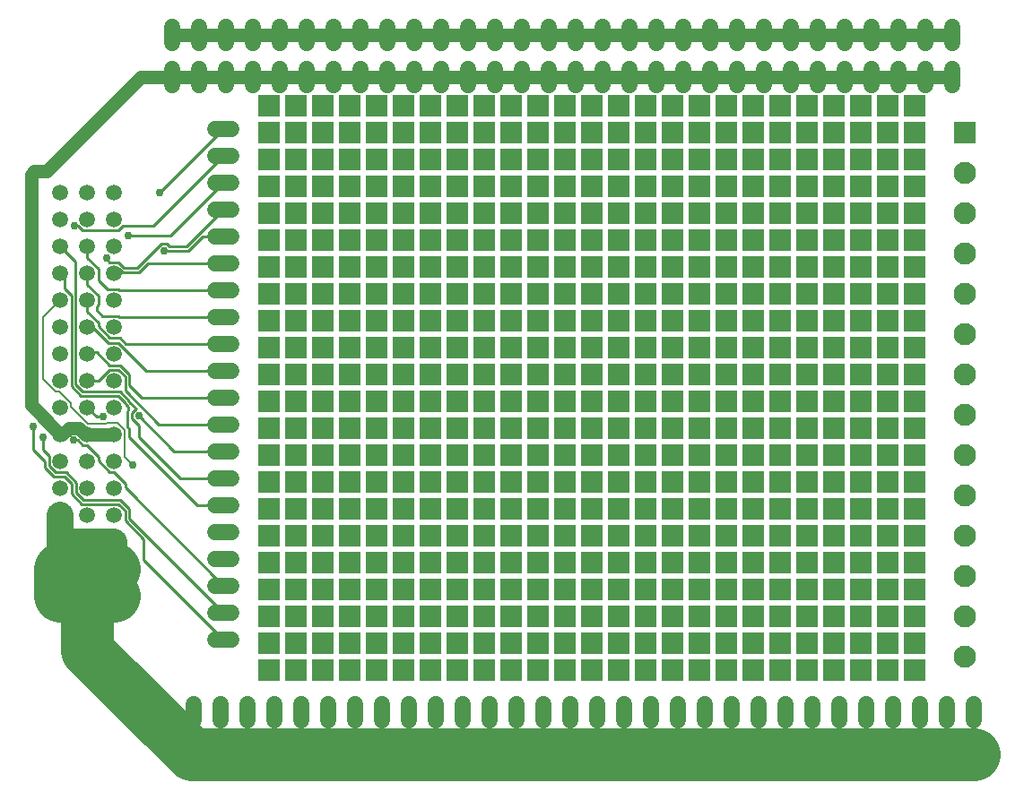
<source format=gbr>
G04 EAGLE Gerber RS-274X export*
G75*
%MOMM*%
%FSLAX34Y34*%
%LPD*%
%INTop Copper*%
%IPPOS*%
%AMOC8*
5,1,8,0,0,1.08239X$1,22.5*%
G01*
%ADD10R,2.000000X2.000000*%
%ADD11R,1.508000X1.508000*%
%ADD12C,1.508000*%
%ADD13C,1.524000*%
%ADD14R,2.100000X2.100000*%
%ADD15C,2.100000*%
%ADD16C,5.000000*%
%ADD17C,2.540000*%
%ADD18C,1.270000*%
%ADD19C,0.254000*%
%ADD20C,0.756400*%
%ADD21C,0.200000*%


D10*
X252700Y139800D03*
X278100Y139800D03*
X303500Y139800D03*
X328900Y139800D03*
X354300Y139800D03*
X379700Y139800D03*
X405100Y139800D03*
X430500Y139800D03*
X455900Y139800D03*
X481300Y139800D03*
X506700Y139800D03*
X532100Y139800D03*
X557500Y139800D03*
X582900Y139800D03*
X608300Y139800D03*
X633700Y139800D03*
X659100Y139800D03*
X684500Y139800D03*
X709900Y139800D03*
X735300Y139800D03*
X760700Y139800D03*
X786100Y139800D03*
X786100Y139800D03*
X811500Y139800D03*
X836900Y139800D03*
X862300Y139800D03*
X252700Y165200D03*
X252700Y165200D03*
X278100Y165200D03*
X303500Y165200D03*
X328900Y165200D03*
X354300Y165200D03*
X379700Y165200D03*
X405100Y165200D03*
X430500Y165200D03*
X455900Y165200D03*
X481300Y165200D03*
X506700Y165200D03*
X532100Y165200D03*
X557500Y165200D03*
X582900Y165200D03*
X608300Y165200D03*
X633700Y165200D03*
X659100Y165200D03*
X684500Y165200D03*
X709900Y165200D03*
X735300Y165200D03*
X760700Y165200D03*
X786100Y165200D03*
X786100Y165200D03*
X811500Y165200D03*
X836900Y165200D03*
X862300Y165200D03*
X252700Y190600D03*
X252700Y190600D03*
X278100Y190600D03*
X303500Y190600D03*
X328900Y190600D03*
X354300Y190600D03*
X379700Y190600D03*
X405100Y190600D03*
X430500Y190600D03*
X455900Y190600D03*
X481300Y190600D03*
X506700Y190600D03*
X532100Y190600D03*
X557500Y190600D03*
X582900Y190600D03*
X608300Y190600D03*
X633700Y190600D03*
X659100Y190600D03*
X684500Y190600D03*
X709900Y190600D03*
X735300Y190600D03*
X760700Y190600D03*
X786100Y190600D03*
X786100Y190600D03*
X811500Y190600D03*
X836900Y190600D03*
X862300Y190600D03*
X252700Y216000D03*
X252700Y216000D03*
X278100Y216000D03*
X303500Y216000D03*
X328900Y216000D03*
X354300Y216000D03*
X379700Y216000D03*
X405100Y216000D03*
X430500Y216000D03*
X455900Y216000D03*
X481300Y216000D03*
X506700Y216000D03*
X532100Y216000D03*
X557500Y216000D03*
X582900Y216000D03*
X608300Y216000D03*
X633700Y216000D03*
X659100Y216000D03*
X684500Y216000D03*
X709900Y216000D03*
X735300Y216000D03*
X760700Y216000D03*
X786100Y216000D03*
X786100Y216000D03*
X811500Y216000D03*
X836900Y216000D03*
X862300Y216000D03*
X252700Y241400D03*
X252700Y241400D03*
X278100Y241400D03*
X303500Y241400D03*
X328900Y241400D03*
X354300Y241400D03*
X379700Y241400D03*
X405100Y241400D03*
X430500Y241400D03*
X455900Y241400D03*
X481300Y241400D03*
X506700Y241400D03*
X532100Y241400D03*
X557500Y241400D03*
X582900Y241400D03*
X608300Y241400D03*
X633700Y241400D03*
X659100Y241400D03*
X684500Y241400D03*
X709900Y241400D03*
X735300Y241400D03*
X760700Y241400D03*
X786100Y241400D03*
X786100Y241400D03*
X811500Y241400D03*
X836900Y241400D03*
X862300Y241400D03*
X252700Y266800D03*
X252700Y266800D03*
X278100Y266800D03*
X303500Y266800D03*
X328900Y266800D03*
X354300Y266800D03*
X379700Y266800D03*
X405100Y266800D03*
X430500Y266800D03*
X455900Y266800D03*
X481300Y266800D03*
X506700Y266800D03*
X532100Y266800D03*
X557500Y266800D03*
X582900Y266800D03*
X608300Y266800D03*
X633700Y266800D03*
X659100Y266800D03*
X684500Y266800D03*
X709900Y266800D03*
X735300Y266800D03*
X760700Y266800D03*
X786100Y266800D03*
X786100Y266800D03*
X811500Y266800D03*
X836900Y266800D03*
X862300Y266800D03*
X252700Y292200D03*
X252700Y292200D03*
X278100Y292200D03*
X303500Y292200D03*
X328900Y292200D03*
X354300Y292200D03*
X379700Y292200D03*
X405100Y292200D03*
X430500Y292200D03*
X455900Y292200D03*
X481300Y292200D03*
X506700Y292200D03*
X532100Y292200D03*
X557500Y292200D03*
X582900Y292200D03*
X608300Y292200D03*
X633700Y292200D03*
X659100Y292200D03*
X684500Y292200D03*
X709900Y292200D03*
X735300Y292200D03*
X760700Y292200D03*
X786100Y292200D03*
X786100Y292200D03*
X811500Y292200D03*
X836900Y292200D03*
X862300Y292200D03*
X252700Y317600D03*
X252700Y317600D03*
X278100Y317600D03*
X303500Y317600D03*
X328900Y317600D03*
X354300Y317600D03*
X379700Y317600D03*
X405100Y317600D03*
X430500Y317600D03*
X455900Y317600D03*
X481300Y317600D03*
X506700Y317600D03*
X532100Y317600D03*
X557500Y317600D03*
X582900Y317600D03*
X608300Y317600D03*
X633700Y317600D03*
X659100Y317600D03*
X684500Y317600D03*
X709900Y317600D03*
X735300Y317600D03*
X760700Y317600D03*
X786100Y317600D03*
X786100Y317600D03*
X811500Y317600D03*
X836900Y317600D03*
X862300Y317600D03*
X252700Y343000D03*
X252700Y343000D03*
X278100Y343000D03*
X303500Y343000D03*
X328900Y343000D03*
X354300Y343000D03*
X379700Y343000D03*
X405100Y343000D03*
X430500Y343000D03*
X455900Y343000D03*
X481300Y343000D03*
X506700Y343000D03*
X532100Y343000D03*
X557500Y343000D03*
X582900Y343000D03*
X608300Y343000D03*
X633700Y343000D03*
X659100Y343000D03*
X684500Y343000D03*
X709900Y343000D03*
X735300Y343000D03*
X760700Y343000D03*
X786100Y343000D03*
X786100Y343000D03*
X811500Y343000D03*
X836900Y343000D03*
X862300Y343000D03*
X252700Y368400D03*
X252700Y368400D03*
X278100Y368400D03*
X303500Y368400D03*
X328900Y368400D03*
X354300Y368400D03*
X379700Y368400D03*
X405100Y368400D03*
X430500Y368400D03*
X455900Y368400D03*
X481300Y368400D03*
X506700Y368400D03*
X532100Y368400D03*
X557500Y368400D03*
X582900Y368400D03*
X608300Y368400D03*
X633700Y368400D03*
X659100Y368400D03*
X684500Y368400D03*
X709900Y368400D03*
X735300Y368400D03*
X760700Y368400D03*
X786100Y368400D03*
X786100Y368400D03*
X811500Y368400D03*
X836900Y368400D03*
X862300Y368400D03*
X252700Y393800D03*
X252700Y393800D03*
X278100Y393800D03*
X303500Y393800D03*
X328900Y393800D03*
X354300Y393800D03*
X379700Y393800D03*
X405100Y393800D03*
X430500Y393800D03*
X455900Y393800D03*
X481300Y393800D03*
X506700Y393800D03*
X532100Y393800D03*
X557500Y393800D03*
X582900Y393800D03*
X608300Y393800D03*
X633700Y393800D03*
X659100Y393800D03*
X684500Y393800D03*
X709900Y393800D03*
X735300Y393800D03*
X760700Y393800D03*
X786100Y393800D03*
X786100Y393800D03*
X811500Y393800D03*
X836900Y393800D03*
X862300Y393800D03*
X252700Y419200D03*
X252700Y419200D03*
X278100Y419200D03*
X303500Y419200D03*
X328900Y419200D03*
X354300Y419200D03*
X379700Y419200D03*
X405100Y419200D03*
X430500Y419200D03*
X455900Y419200D03*
X481300Y419200D03*
X506700Y419200D03*
X532100Y419200D03*
X557500Y419200D03*
X582900Y419200D03*
X608300Y419200D03*
X633700Y419200D03*
X659100Y419200D03*
X684500Y419200D03*
X709900Y419200D03*
X735300Y419200D03*
X760700Y419200D03*
X786100Y419200D03*
X786100Y419200D03*
X811500Y419200D03*
X836900Y419200D03*
X862300Y419200D03*
X252700Y444600D03*
X252700Y444600D03*
X278100Y444600D03*
X303500Y444600D03*
X328900Y444600D03*
X354300Y444600D03*
X379700Y444600D03*
X405100Y444600D03*
X430500Y444600D03*
X455900Y444600D03*
X481300Y444600D03*
X506700Y444600D03*
X532100Y444600D03*
X557500Y444600D03*
X582900Y444600D03*
X608300Y444600D03*
X633700Y444600D03*
X659100Y444600D03*
X684500Y444600D03*
X709900Y444600D03*
X735300Y444600D03*
X760700Y444600D03*
X786100Y444600D03*
X786100Y444600D03*
X811500Y444600D03*
X836900Y444600D03*
X862300Y444600D03*
X252700Y470000D03*
X252700Y470000D03*
X278100Y470000D03*
X303500Y470000D03*
X328900Y470000D03*
X354300Y470000D03*
X379700Y470000D03*
X405100Y470000D03*
X430500Y470000D03*
X455900Y470000D03*
X481300Y470000D03*
X506700Y470000D03*
X532100Y470000D03*
X557500Y470000D03*
X582900Y470000D03*
X608300Y470000D03*
X633700Y470000D03*
X659100Y470000D03*
X684500Y470000D03*
X709900Y470000D03*
X735300Y470000D03*
X760700Y470000D03*
X786100Y470000D03*
X786100Y470000D03*
X811500Y470000D03*
X836900Y470000D03*
X862300Y470000D03*
X252700Y495400D03*
X252700Y495400D03*
X278100Y495400D03*
X303500Y495400D03*
X328900Y495400D03*
X354300Y495400D03*
X379700Y495400D03*
X405100Y495400D03*
X430500Y495400D03*
X455900Y495400D03*
X481300Y495400D03*
X506700Y495400D03*
X532100Y495400D03*
X557500Y495400D03*
X582900Y495400D03*
X608300Y495400D03*
X633700Y495400D03*
X659100Y495400D03*
X684500Y495400D03*
X709900Y495400D03*
X735300Y495400D03*
X760700Y495400D03*
X786100Y495400D03*
X786100Y495400D03*
X811500Y495400D03*
X836900Y495400D03*
X862300Y495400D03*
X252700Y520800D03*
X252700Y520800D03*
X278100Y520800D03*
X303500Y520800D03*
X328900Y520800D03*
X354300Y520800D03*
X379700Y520800D03*
X405100Y520800D03*
X430500Y520800D03*
X455900Y520800D03*
X481300Y520800D03*
X506700Y520800D03*
X532100Y520800D03*
X557500Y520800D03*
X582900Y520800D03*
X608300Y520800D03*
X633700Y520800D03*
X659100Y520800D03*
X684500Y520800D03*
X709900Y520800D03*
X735300Y520800D03*
X760700Y520800D03*
X786100Y520800D03*
X786100Y520800D03*
X811500Y520800D03*
X836900Y520800D03*
X862300Y520800D03*
X252700Y546200D03*
X252700Y546200D03*
X278100Y546200D03*
X303500Y546200D03*
X328900Y546200D03*
X354300Y546200D03*
X379700Y546200D03*
X405100Y546200D03*
X430500Y546200D03*
X455900Y546200D03*
X481300Y546200D03*
X506700Y546200D03*
X532100Y546200D03*
X557500Y546200D03*
X582900Y546200D03*
X608300Y546200D03*
X633700Y546200D03*
X659100Y546200D03*
X684500Y546200D03*
X709900Y546200D03*
X735300Y546200D03*
X760700Y546200D03*
X786100Y546200D03*
X786100Y546200D03*
X811500Y546200D03*
X836900Y546200D03*
X862300Y546200D03*
X252700Y571600D03*
X252700Y571600D03*
X278100Y571600D03*
X303500Y571600D03*
X328900Y571600D03*
X354300Y571600D03*
X379700Y571600D03*
X405100Y571600D03*
X430500Y571600D03*
X455900Y571600D03*
X481300Y571600D03*
X506700Y571600D03*
X532100Y571600D03*
X557500Y571600D03*
X582900Y571600D03*
X608300Y571600D03*
X633700Y571600D03*
X659100Y571600D03*
X684500Y571600D03*
X709900Y571600D03*
X735300Y571600D03*
X760700Y571600D03*
X786100Y571600D03*
X786100Y571600D03*
X811500Y571600D03*
X836900Y571600D03*
X862300Y571600D03*
X252700Y597000D03*
X252700Y597000D03*
X278100Y597000D03*
X303500Y597000D03*
X328900Y597000D03*
X354300Y597000D03*
X379700Y597000D03*
X405100Y597000D03*
X430500Y597000D03*
X455900Y597000D03*
X481300Y597000D03*
X506700Y597000D03*
X532100Y597000D03*
X557500Y597000D03*
X582900Y597000D03*
X608300Y597000D03*
X633700Y597000D03*
X659100Y597000D03*
X684500Y597000D03*
X709900Y597000D03*
X735300Y597000D03*
X760700Y597000D03*
X786100Y597000D03*
X786100Y597000D03*
X811500Y597000D03*
X836900Y597000D03*
X862300Y597000D03*
X252700Y622400D03*
X252700Y622400D03*
X278100Y622400D03*
X303500Y622400D03*
X328900Y622400D03*
X354300Y622400D03*
X379700Y622400D03*
X405100Y622400D03*
X430500Y622400D03*
X455900Y622400D03*
X481300Y622400D03*
X506700Y622400D03*
X532100Y622400D03*
X557500Y622400D03*
X582900Y622400D03*
X608300Y622400D03*
X633700Y622400D03*
X659100Y622400D03*
X684500Y622400D03*
X709900Y622400D03*
X735300Y622400D03*
X760700Y622400D03*
X786100Y622400D03*
X786100Y622400D03*
X811500Y622400D03*
X836900Y622400D03*
X862300Y622400D03*
X252700Y647800D03*
X252700Y647800D03*
X278100Y647800D03*
X303500Y647800D03*
X328900Y647800D03*
X354300Y647800D03*
X379700Y647800D03*
X405100Y647800D03*
X430500Y647800D03*
X455900Y647800D03*
X481300Y647800D03*
X506700Y647800D03*
X532100Y647800D03*
X557500Y647800D03*
X582900Y647800D03*
X608300Y647800D03*
X633700Y647800D03*
X659100Y647800D03*
X684500Y647800D03*
X709900Y647800D03*
X735300Y647800D03*
X760700Y647800D03*
X786100Y647800D03*
X786100Y647800D03*
X811500Y647800D03*
X836900Y647800D03*
X862300Y647800D03*
X252700Y673200D03*
X252700Y673200D03*
X278100Y673200D03*
X303500Y673200D03*
X328900Y673200D03*
X354300Y673200D03*
X379700Y673200D03*
X405100Y673200D03*
X430500Y673200D03*
X455900Y673200D03*
X481300Y673200D03*
X506700Y673200D03*
X532100Y673200D03*
X557500Y673200D03*
X582900Y673200D03*
X608300Y673200D03*
X633700Y673200D03*
X659100Y673200D03*
X684500Y673200D03*
X709900Y673200D03*
X735300Y673200D03*
X760700Y673200D03*
X786100Y673200D03*
X786100Y673200D03*
X811500Y673200D03*
X836900Y673200D03*
X862300Y673200D03*
D11*
X56000Y210000D03*
D12*
X56000Y235400D03*
X56000Y260800D03*
X56000Y286200D03*
X56000Y311600D03*
X56000Y337000D03*
X56000Y362400D03*
X56000Y387800D03*
X56000Y413200D03*
X56000Y438600D03*
X56000Y464000D03*
X56000Y489400D03*
X56000Y514800D03*
X56000Y540200D03*
X56000Y565600D03*
X56000Y591000D03*
X81400Y210000D03*
X81400Y235400D03*
X81400Y260800D03*
X81400Y286200D03*
X81400Y311600D03*
X81400Y337000D03*
X81400Y362400D03*
X81400Y387800D03*
X81400Y413200D03*
X81400Y438600D03*
X81400Y464000D03*
X81400Y489400D03*
X81400Y514800D03*
X81400Y540200D03*
X81400Y565600D03*
X81400Y591000D03*
X106800Y210000D03*
X106800Y235400D03*
X106800Y260800D03*
X106800Y286200D03*
X106800Y311600D03*
X106800Y337000D03*
X106800Y362400D03*
X106800Y387800D03*
X106800Y413200D03*
X106800Y438600D03*
X106800Y464000D03*
X106800Y489400D03*
X106800Y514800D03*
X106800Y540200D03*
X106800Y565600D03*
X106800Y591000D03*
D13*
X202380Y168700D02*
X217620Y168700D01*
X217620Y194100D02*
X202380Y194100D01*
X202380Y219500D02*
X217620Y219500D01*
X217620Y244900D02*
X202380Y244900D01*
X202380Y270300D02*
X217620Y270300D01*
X217620Y295700D02*
X202380Y295700D01*
X202380Y321100D02*
X217620Y321100D01*
X217620Y346500D02*
X202380Y346500D01*
X202380Y371900D02*
X217620Y371900D01*
X217620Y397300D02*
X202380Y397300D01*
X202380Y422700D02*
X217620Y422700D01*
X217620Y448100D02*
X202380Y448100D01*
X202380Y473500D02*
X217620Y473500D01*
X217620Y498900D02*
X202380Y498900D01*
X202380Y524300D02*
X217620Y524300D01*
X217620Y549700D02*
X202380Y549700D01*
X202380Y575100D02*
X217620Y575100D01*
X217620Y600500D02*
X202380Y600500D01*
X202380Y625900D02*
X217620Y625900D01*
X217620Y651300D02*
X202380Y651300D01*
X181700Y107620D02*
X181700Y92380D01*
X207100Y92380D02*
X207100Y107620D01*
X232500Y107620D02*
X232500Y92380D01*
X257900Y92380D02*
X257900Y107620D01*
X283300Y107620D02*
X283300Y92380D01*
X308700Y92380D02*
X308700Y107620D01*
X334100Y107620D02*
X334100Y92380D01*
X359500Y92380D02*
X359500Y107620D01*
X384900Y107620D02*
X384900Y92380D01*
X410300Y92380D02*
X410300Y107620D01*
X435700Y107620D02*
X435700Y92380D01*
X461100Y92380D02*
X461100Y107620D01*
X486500Y107620D02*
X486500Y92380D01*
X511900Y92380D02*
X511900Y107620D01*
X537300Y107620D02*
X537300Y92380D01*
X562700Y92380D02*
X562700Y107620D01*
X588100Y107620D02*
X588100Y92380D01*
X613500Y92380D02*
X613500Y107620D01*
X638900Y107620D02*
X638900Y92380D01*
X664300Y92380D02*
X664300Y107620D01*
X689700Y107620D02*
X689700Y92380D01*
X715100Y92380D02*
X715100Y107620D01*
X740500Y107620D02*
X740500Y92380D01*
X765900Y92380D02*
X765900Y107620D01*
X791300Y107620D02*
X791300Y92380D01*
X816700Y92380D02*
X816700Y107620D01*
X842100Y107620D02*
X842100Y92380D01*
X867500Y92380D02*
X867500Y107620D01*
X892900Y107620D02*
X892900Y92380D01*
X918300Y92380D02*
X918300Y107620D01*
X161700Y732380D02*
X161700Y747620D01*
X187100Y747620D02*
X187100Y732380D01*
X212500Y732380D02*
X212500Y747620D01*
X237900Y747620D02*
X237900Y732380D01*
X263300Y732380D02*
X263300Y747620D01*
X288700Y747620D02*
X288700Y732380D01*
X314100Y732380D02*
X314100Y747620D01*
X339500Y747620D02*
X339500Y732380D01*
X364900Y732380D02*
X364900Y747620D01*
X390300Y747620D02*
X390300Y732380D01*
X415700Y732380D02*
X415700Y747620D01*
X441100Y747620D02*
X441100Y732380D01*
X466500Y732380D02*
X466500Y747620D01*
X491900Y747620D02*
X491900Y732380D01*
X517300Y732380D02*
X517300Y747620D01*
X542700Y747620D02*
X542700Y732380D01*
X568100Y732380D02*
X568100Y747620D01*
X593500Y747620D02*
X593500Y732380D01*
X618900Y732380D02*
X618900Y747620D01*
X644300Y747620D02*
X644300Y732380D01*
X669700Y732380D02*
X669700Y747620D01*
X695100Y747620D02*
X695100Y732380D01*
X720500Y732380D02*
X720500Y747620D01*
X745900Y747620D02*
X745900Y732380D01*
X771300Y732380D02*
X771300Y747620D01*
X796700Y747620D02*
X796700Y732380D01*
X822100Y732380D02*
X822100Y747620D01*
X847500Y747620D02*
X847500Y732380D01*
X872900Y732380D02*
X872900Y747620D01*
X898300Y747620D02*
X898300Y732380D01*
X161700Y707620D02*
X161700Y692380D01*
X187100Y692380D02*
X187100Y707620D01*
X212500Y707620D02*
X212500Y692380D01*
X237900Y692380D02*
X237900Y707620D01*
X263300Y707620D02*
X263300Y692380D01*
X288700Y692380D02*
X288700Y707620D01*
X314100Y707620D02*
X314100Y692380D01*
X339500Y692380D02*
X339500Y707620D01*
X364900Y707620D02*
X364900Y692380D01*
X390300Y692380D02*
X390300Y707620D01*
X415700Y707620D02*
X415700Y692380D01*
X441100Y692380D02*
X441100Y707620D01*
X466500Y707620D02*
X466500Y692380D01*
X491900Y692380D02*
X491900Y707620D01*
X517300Y707620D02*
X517300Y692380D01*
X542700Y692380D02*
X542700Y707620D01*
X568100Y707620D02*
X568100Y692380D01*
X593500Y692380D02*
X593500Y707620D01*
X618900Y707620D02*
X618900Y692380D01*
X644300Y692380D02*
X644300Y707620D01*
X669700Y707620D02*
X669700Y692380D01*
X695100Y692380D02*
X695100Y707620D01*
X720500Y707620D02*
X720500Y692380D01*
X745900Y692380D02*
X745900Y707620D01*
X771300Y707620D02*
X771300Y692380D01*
X796700Y692380D02*
X796700Y707620D01*
X822100Y707620D02*
X822100Y692380D01*
X847500Y692380D02*
X847500Y707620D01*
X872900Y707620D02*
X872900Y692380D01*
X898300Y692380D02*
X898300Y707620D01*
X181700Y67620D02*
X181700Y52380D01*
X207100Y52380D02*
X207100Y67620D01*
X232500Y67620D02*
X232500Y52380D01*
X257900Y52380D02*
X257900Y67620D01*
X283300Y67620D02*
X283300Y52380D01*
X308700Y52380D02*
X308700Y67620D01*
X334100Y67620D02*
X334100Y52380D01*
X359500Y52380D02*
X359500Y67620D01*
X384900Y67620D02*
X384900Y52380D01*
X410300Y52380D02*
X410300Y67620D01*
X435700Y67620D02*
X435700Y52380D01*
X461100Y52380D02*
X461100Y67620D01*
X486500Y67620D02*
X486500Y52380D01*
X511900Y52380D02*
X511900Y67620D01*
X537300Y67620D02*
X537300Y52380D01*
X562700Y52380D02*
X562700Y67620D01*
X588100Y67620D02*
X588100Y52380D01*
X613500Y52380D02*
X613500Y67620D01*
X638900Y67620D02*
X638900Y52380D01*
X664300Y52380D02*
X664300Y67620D01*
X689700Y67620D02*
X689700Y52380D01*
X715100Y52380D02*
X715100Y67620D01*
X740500Y67620D02*
X740500Y52380D01*
X765900Y52380D02*
X765900Y67620D01*
X791300Y67620D02*
X791300Y52380D01*
X816700Y52380D02*
X816700Y67620D01*
X842100Y67620D02*
X842100Y52380D01*
X867500Y52380D02*
X867500Y67620D01*
X892900Y67620D02*
X892900Y52380D01*
X918300Y52380D02*
X918300Y67620D01*
D14*
X910000Y647650D03*
D15*
X910000Y609550D03*
X910000Y571450D03*
X910000Y533350D03*
X910000Y495250D03*
X910000Y457150D03*
X910000Y419050D03*
X910000Y380950D03*
X910000Y342850D03*
X910000Y304750D03*
X910000Y266650D03*
X910000Y228550D03*
X910000Y190450D03*
X910000Y152350D03*
D16*
X918300Y60000D02*
X180000Y60000D01*
X81400Y158600D01*
X81400Y210000D01*
X106800Y210000D01*
X81400Y210000D02*
X56000Y210000D01*
X56000Y235400D01*
X74600Y235400D01*
X80000Y230000D01*
X81400Y235400D02*
X106800Y235400D01*
X81400Y235400D02*
X70000Y224000D01*
X70000Y220000D01*
X80000Y210000D01*
X81400Y210000D01*
D17*
X106800Y235400D02*
X106800Y260800D01*
X81400Y260800D02*
X81400Y235400D01*
X56000Y235400D02*
X56000Y260800D01*
X56000Y286200D01*
X56000Y260800D02*
X106800Y260800D01*
D18*
X106800Y362400D02*
X81400Y362400D01*
X43238Y611290D02*
X31290Y611290D01*
X131948Y700000D02*
X161700Y700000D01*
X131948Y700000D02*
X43238Y611290D01*
X161700Y700000D02*
X187100Y700000D01*
X212500Y700000D01*
X237900Y700000D01*
X263300Y700000D01*
X288700Y700000D01*
X314100Y700000D01*
X898300Y700000D01*
X81400Y362400D02*
X79717Y362400D01*
X73528Y368589D01*
X63872Y368589D01*
X57683Y362400D01*
X56000Y362400D01*
X28344Y390056D02*
X28344Y608344D01*
X28344Y390056D02*
X56000Y362400D01*
X28344Y608344D02*
X31290Y611290D01*
X161700Y740000D02*
X898300Y740000D01*
D19*
X210000Y651300D02*
X149350Y590650D01*
D20*
X149350Y590650D03*
D19*
X143517Y559417D02*
X210000Y625900D01*
D20*
X69417Y559417D03*
D19*
X115231Y559417D02*
X143517Y559417D01*
X115231Y559417D02*
X111081Y555266D01*
X77120Y555266D02*
X72969Y559417D01*
X69417Y559417D01*
X77120Y555266D02*
X111081Y555266D01*
X159500Y550000D02*
X210000Y600500D01*
X159500Y550000D02*
X120000Y550000D01*
D20*
X120000Y550000D03*
D19*
X174900Y540000D02*
X210000Y575100D01*
X174900Y540000D02*
X159300Y540000D01*
X156724Y542576D01*
X151276Y542576D01*
X128700Y520000D02*
X116215Y520000D01*
X111081Y525134D01*
X102520Y525134D01*
X128700Y520000D02*
X151276Y542576D01*
X102520Y525134D02*
X99417Y528237D01*
X99417Y529417D01*
D20*
X99417Y529417D03*
X154000Y536000D03*
D19*
X190347Y549700D02*
X210000Y549700D01*
X190347Y549700D02*
X176583Y535936D01*
X157617Y535936D01*
X157553Y536000D01*
X154000Y536000D01*
D20*
X30000Y370000D03*
D19*
X134594Y244106D02*
X210000Y168700D01*
X30000Y348386D02*
X30000Y370000D01*
X134594Y263759D02*
X134594Y244106D01*
X117134Y290481D02*
X111081Y296534D01*
X117134Y281219D02*
X134594Y263759D01*
X117134Y281219D02*
X117134Y290481D01*
X76104Y296534D02*
X66334Y306304D01*
X66334Y315881D01*
X76104Y296534D02*
X111081Y296534D01*
X66334Y315881D02*
X59613Y322602D01*
X50036Y322602D01*
X41602Y331036D01*
X41602Y336784D01*
X30000Y348386D01*
X121198Y282902D02*
X210000Y194100D01*
X121198Y282902D02*
X121198Y292164D01*
X112764Y300598D01*
X71066Y307320D02*
X71066Y316896D01*
X71066Y307320D02*
X77788Y300598D01*
X40000Y347962D02*
X40000Y360000D01*
D20*
X40000Y360000D03*
D19*
X45666Y332720D02*
X51720Y326666D01*
X45666Y342296D02*
X40000Y347962D01*
X45666Y342296D02*
X45666Y332720D01*
X51720Y326666D02*
X61296Y326666D01*
X77788Y300598D02*
X112764Y300598D01*
X71066Y316896D02*
X61296Y326666D01*
D20*
X68700Y356933D03*
D19*
X117134Y312366D02*
X210000Y219500D01*
X117134Y312366D02*
X117134Y315881D01*
X77120Y352066D02*
X72253Y356933D01*
X68700Y356933D01*
X106349Y326666D02*
X117134Y315881D01*
X106349Y326666D02*
X102520Y326666D01*
X91734Y337452D01*
X91734Y341281D01*
X80949Y352066D01*
X77120Y352066D01*
D20*
X124000Y334000D03*
D21*
X116864Y341136D01*
X66064Y388903D02*
X66064Y391969D01*
X54897Y403136D01*
X51831Y403136D01*
X40000Y414967D01*
X40000Y473400D02*
X56000Y489400D01*
X40000Y473400D02*
X40000Y414967D01*
X116864Y366569D02*
X116864Y341136D01*
X116864Y366569D02*
X109697Y373736D01*
X99654Y373736D01*
X98612Y372694D01*
X82273Y372694D01*
X66064Y388903D01*
D19*
X184958Y295700D02*
X210000Y295700D01*
X184958Y295700D02*
X120658Y360000D01*
X120658Y368140D01*
X66334Y493681D02*
X60000Y500015D01*
X60000Y510800D02*
X56000Y514800D01*
X60000Y510800D02*
X60000Y500015D01*
X66334Y407904D02*
X75436Y398802D01*
X66334Y407904D02*
X66334Y493681D01*
X120000Y385047D02*
X119360Y384407D01*
X119360Y369438D01*
X120658Y368140D01*
X120000Y385047D02*
X120000Y388505D01*
X117134Y391371D01*
X117134Y392081D01*
X110413Y398802D02*
X75436Y398802D01*
X110413Y398802D02*
X117134Y392081D01*
X168900Y321100D02*
X210000Y321100D01*
X77120Y402866D02*
X71066Y408920D01*
X71066Y409332D01*
X70398Y410000D01*
X70398Y525802D02*
X56000Y540200D01*
X130000Y360000D02*
X168900Y321100D01*
X70398Y410000D02*
X70398Y525802D01*
X123424Y382724D02*
X123424Y377276D01*
X130000Y370700D02*
X130000Y360000D01*
X130000Y370700D02*
X123424Y377276D01*
X123424Y382724D02*
X127476Y386776D01*
X121198Y393055D01*
X121198Y393764D01*
X112096Y402866D02*
X77120Y402866D01*
X112096Y402866D02*
X121198Y393764D01*
X163500Y346500D02*
X210000Y346500D01*
X163500Y346500D02*
X130000Y380000D01*
D20*
X130000Y380000D03*
X96000Y379000D03*
D19*
X90200Y379000D01*
X81400Y387800D01*
X148809Y371900D02*
X210000Y371900D01*
X92186Y413200D02*
X81400Y413200D01*
X117134Y403575D02*
X148809Y371900D01*
X117134Y417481D02*
X111081Y423534D01*
X102520Y423534D01*
X92186Y413200D01*
X117134Y417481D02*
X117134Y403575D01*
X132700Y397300D02*
X210000Y397300D01*
X132700Y397300D02*
X121198Y408802D01*
X121198Y419164D01*
X112764Y427598D01*
X102402Y427598D01*
X90000Y440000D01*
X82800Y440000D01*
X81400Y438600D01*
X137315Y422700D02*
X210000Y422700D01*
X86000Y464000D02*
X81400Y464000D01*
X86000Y464000D02*
X101066Y448934D01*
X111081Y448934D02*
X137315Y422700D01*
X111081Y448934D02*
X101066Y448934D01*
X117662Y448100D02*
X210000Y448100D01*
X117662Y448100D02*
X112096Y453666D01*
X102520Y453666D01*
X91734Y464452D02*
X91734Y468281D01*
X81400Y478615D02*
X81400Y489400D01*
X81400Y478615D02*
X91734Y468281D01*
X91734Y464452D02*
X102520Y453666D01*
X111915Y473500D02*
X210000Y473500D01*
X111915Y473500D02*
X111081Y474334D01*
X95666Y474334D02*
X90000Y480000D01*
X95666Y474334D02*
X111081Y474334D01*
X91734Y485120D02*
X91734Y493681D01*
X90000Y483386D02*
X90000Y480000D01*
X90000Y483386D02*
X91734Y485120D01*
X81400Y504015D02*
X81400Y514800D01*
X81400Y504015D02*
X91734Y493681D01*
X111915Y498900D02*
X210000Y498900D01*
X111915Y498900D02*
X111081Y499734D01*
X100266Y499734D01*
X81400Y529415D02*
X81400Y540200D01*
X91734Y519081D02*
X91734Y508266D01*
X91734Y519081D02*
X81400Y529415D01*
X91734Y508266D02*
X100266Y499734D01*
X138748Y524300D02*
X210000Y524300D01*
X138748Y524300D02*
X130384Y515936D01*
X114531Y515936D01*
X111234Y519234D01*
X106800Y514800D01*
M02*

</source>
